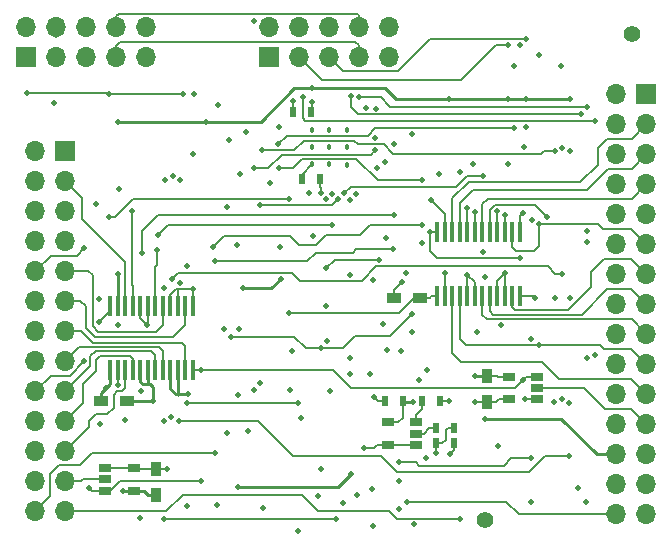
<source format=gbl>
G04 #@! TF.FileFunction,Copper,L4,Bot,Signal*
%FSLAX46Y46*%
G04 Gerber Fmt 4.6, Leading zero omitted, Abs format (unit mm)*
G04 Created by KiCad (PCBNEW 4.0.1-stable) date 5/8/2017 10:12:06 PM*
%MOMM*%
G01*
G04 APERTURE LIST*
%ADD10C,0.100000*%
%ADD11R,1.700000X1.700000*%
%ADD12O,1.700000X1.700000*%
%ADD13C,1.397000*%
%ADD14C,0.457200*%
%ADD15R,0.381000X1.651000*%
%ADD16R,1.000000X0.700000*%
%ADD17R,1.200000X0.900000*%
%ADD18R,0.900000X1.200000*%
%ADD19R,0.500000X0.900000*%
%ADD20C,0.508000*%
%ADD21C,0.152400*%
%ADD22C,0.203200*%
%ADD23C,0.254000*%
%ADD24C,0.177800*%
G04 APERTURE END LIST*
D10*
D11*
X25875000Y17600000D03*
D12*
X23335000Y17600000D03*
X25875000Y15060000D03*
X23335000Y15060000D03*
X25875000Y12520000D03*
X23335000Y12520000D03*
X25875000Y9980000D03*
X23335000Y9980000D03*
X25875000Y7440000D03*
X23335000Y7440000D03*
X25875000Y4900000D03*
X23335000Y4900000D03*
X25875000Y2360000D03*
X23335000Y2360000D03*
X25875000Y-180000D03*
X23335000Y-180000D03*
X25875000Y-2720000D03*
X23335000Y-2720000D03*
X25875000Y-5260000D03*
X23335000Y-5260000D03*
X25875000Y-7800000D03*
X23335000Y-7800000D03*
X25875000Y-10340000D03*
X23335000Y-10340000D03*
X25875000Y-12880000D03*
X23335000Y-12880000D03*
X25875000Y-15420000D03*
X23335000Y-15420000D03*
X25875000Y-17960000D03*
X23335000Y-17960000D03*
D11*
X-23325000Y12800000D03*
D12*
X-25865000Y12800000D03*
X-23325000Y10260000D03*
X-25865000Y10260000D03*
X-23325000Y7720000D03*
X-25865000Y7720000D03*
X-23325000Y5180000D03*
X-25865000Y5180000D03*
X-23325000Y2640000D03*
X-25865000Y2640000D03*
X-23325000Y100000D03*
X-25865000Y100000D03*
X-23325000Y-2440000D03*
X-25865000Y-2440000D03*
X-23325000Y-4980000D03*
X-25865000Y-4980000D03*
X-23325000Y-7520000D03*
X-25865000Y-7520000D03*
X-23325000Y-10060000D03*
X-25865000Y-10060000D03*
X-23325000Y-12600000D03*
X-25865000Y-12600000D03*
X-23325000Y-15140000D03*
X-25865000Y-15140000D03*
X-23325000Y-17680000D03*
X-25865000Y-17680000D03*
D13*
X12217400Y-18415000D03*
D14*
X-965200Y14556400D03*
X-2415200Y14556400D03*
X-2415200Y11656400D03*
X-2415200Y13106400D03*
X-965200Y13106400D03*
X534800Y11606400D03*
X-965200Y11656400D03*
X484800Y13106400D03*
X534800Y14606400D03*
D15*
X-19532600Y-304800D03*
X-18897600Y-304800D03*
X-18262600Y-304800D03*
X-17627600Y-304800D03*
X-16992600Y-304800D03*
X-16357600Y-304800D03*
X-15722600Y-304800D03*
X-15087600Y-304800D03*
X-14452600Y-304800D03*
X-13817600Y-304800D03*
X-13182600Y-304800D03*
X-12547600Y-304800D03*
X-12547600Y-5765800D03*
X-13182600Y-5765800D03*
X-13817600Y-5765800D03*
X-14452600Y-5765800D03*
X-15087600Y-5765800D03*
X-15722600Y-5765800D03*
X-16357600Y-5765800D03*
X-16992600Y-5765800D03*
X-17627600Y-5765800D03*
X-18262600Y-5765800D03*
X-18897600Y-5765800D03*
X-19532600Y-5765800D03*
X8174120Y5950220D03*
X8809120Y5950220D03*
X9444120Y5950220D03*
X10079120Y5950220D03*
X10714120Y5950220D03*
X11349120Y5950220D03*
X11984120Y5950220D03*
X12619120Y5950220D03*
X13254120Y5950220D03*
X13889120Y5950220D03*
X14524120Y5950220D03*
X15159120Y5950220D03*
X15159120Y489220D03*
X14524120Y489220D03*
X13889120Y489220D03*
X13254120Y489220D03*
X12619120Y489220D03*
X11984120Y489220D03*
X11349120Y489220D03*
X10714120Y489220D03*
X10079120Y489220D03*
X9444120Y489220D03*
X8809120Y489220D03*
X8174120Y489220D03*
D16*
X6375400Y-11130280D03*
X6375400Y-10180280D03*
X6375400Y-12080280D03*
X3975400Y-12080280D03*
X3975400Y-10180280D03*
X16611600Y-7292340D03*
X16611600Y-6342340D03*
X16611600Y-8242340D03*
X14211600Y-8242340D03*
X14211600Y-6342340D03*
X-19941540Y-15011400D03*
X-19941540Y-15961400D03*
X-19941540Y-14061400D03*
X-17541540Y-14061400D03*
X-17541540Y-15961400D03*
D17*
X-20327800Y-8356600D03*
X-18127800Y-8356600D03*
X6660800Y342400D03*
X4460800Y342400D03*
D18*
X-15679420Y-16299360D03*
X-15679420Y-14099360D03*
X12410440Y-6230440D03*
X12410440Y-8430440D03*
D19*
X-2546920Y16129000D03*
X-4046920Y16129000D03*
X-1790000Y10403840D03*
X-3290000Y10403840D03*
X8073960Y-11940540D03*
X9573960Y-11940540D03*
X5255960Y-8384540D03*
X3755960Y-8384540D03*
X9573960Y-10670540D03*
X8073960Y-10670540D03*
X8385240Y-8387080D03*
X6885240Y-8387080D03*
D13*
X24663400Y22733000D03*
D11*
X-26654200Y20730000D03*
D12*
X-26654200Y23270000D03*
X-24114200Y20730000D03*
X-24114200Y23270000D03*
X-21574200Y20730000D03*
X-21574200Y23270000D03*
X-19034200Y20730000D03*
X-19034200Y23270000D03*
X-16494200Y20730000D03*
X-16494200Y23270000D03*
D11*
X-6104200Y20730000D03*
D12*
X-6104200Y23270000D03*
X-3564200Y20730000D03*
X-3564200Y23270000D03*
X-1024200Y20730000D03*
X-1024200Y23270000D03*
X1515800Y20730000D03*
X1515800Y23270000D03*
X4055800Y20730000D03*
X4055800Y23270000D03*
D20*
X-17679200Y7720000D03*
X-1149200Y-3277600D03*
X20815800Y-4762600D03*
X-18884200Y-7037600D03*
X-12549200Y1122400D03*
X18615800Y19987400D03*
X-18909200Y2387400D03*
X15690800Y14787400D03*
X16815800Y20887400D03*
X13520800Y-1947600D03*
X10710800Y2312400D03*
X11530800Y-2547600D03*
X20870800Y5122400D03*
X3570800Y-1857600D03*
X7318440Y-5767600D03*
X-949200Y-7537600D03*
X2750800Y-18927600D03*
X13280800Y-12197600D03*
X-12989200Y3072400D03*
X13880800Y2432400D03*
X2790800Y-8027600D03*
X9240800Y-12887600D03*
X7210800Y-13227600D03*
X9170800Y-8377600D03*
X1981200Y-12344400D03*
X7660800Y8602400D03*
X11170800Y11672400D03*
X15400800Y7542400D03*
X10720800Y7982400D03*
X11340800Y7642400D03*
X13250800Y7682400D03*
X13890800Y7392400D03*
X5156200Y1701800D03*
X8820800Y2432400D03*
X6060800Y-2527600D03*
X15580800Y-8247600D03*
X11390800Y-8437600D03*
X20090800Y-15757600D03*
X-13069200Y-17287600D03*
X-12979200Y-7807600D03*
X-15919200Y-8357600D03*
X-16379200Y-1937600D03*
X-9626600Y8026400D03*
X-4165600Y-4140200D03*
X-10464800Y-17195800D03*
X-1905000Y-16408400D03*
X-3632200Y-19380200D03*
X-4038600Y17018000D03*
X-12406800Y17631200D03*
X-20447000Y279400D03*
X-20421600Y-10312400D03*
X-14757400Y-14097000D03*
X-6629400Y-17449800D03*
X-9435000Y13745000D03*
X-12559200Y12551200D03*
X-24257000Y16840200D03*
X787400Y-4749800D03*
X812800Y-6070600D03*
X-7340600Y-7416800D03*
X-9601200Y-11074400D03*
X-4292600Y-7442200D03*
X-3403600Y-9855200D03*
X3810000Y5410200D03*
X-1219200Y-304800D03*
X762000Y2286000D03*
X-2387600Y5588000D03*
X-5130800Y4673600D03*
X-8638540Y-2278380D03*
X-9923780Y-2280920D03*
X-20751800Y8318500D03*
X-15561000Y4422400D03*
X-21717000Y4584700D03*
X-21729700Y-5016500D03*
X17430800Y7192400D03*
X16791940Y6611620D03*
X16791940Y-3639820D03*
X860640Y-14557440D03*
X14115800Y17162400D03*
X19415800Y17162400D03*
X15715800Y17162400D03*
X15190800Y21737400D03*
X12165800Y2137400D03*
X-8309200Y1162400D03*
X-5109200Y1932400D03*
X-8684200Y-7887600D03*
X-8684200Y-15637600D03*
X-18834200Y15287400D03*
X-18459200Y-15962600D03*
X-18259200Y-9987600D03*
X-18859200Y-1937600D03*
X-18827450Y9569150D03*
X-2484200Y18087400D03*
X6115800Y-8462600D03*
X11390800Y-6262600D03*
X6615800Y-6587600D03*
X9140800Y17162400D03*
X6215800Y-18812600D03*
X14115800Y11687400D03*
X12165800Y-9887600D03*
X-11459200Y15287400D03*
X-1709200Y9212400D03*
X-2463800Y16967200D03*
X-13354800Y17656800D03*
X-19659200Y17637400D03*
X-19889200Y-7277600D03*
X-26534200Y17662400D03*
X-4359200Y-907600D03*
X-4359200Y8722400D03*
X-19659200Y7202400D03*
X-10369200Y16654600D03*
X10060800Y-18327600D03*
X10063000Y10992400D03*
X3730800Y11862400D03*
X3940800Y-4077600D03*
X-10689200Y-12817600D03*
X4440800Y4452400D03*
X-10689200Y3452400D03*
X-1669200Y-14127600D03*
X-1669200Y-3907600D03*
X-9279200Y-2937600D03*
X6030800Y-1027600D03*
X6030800Y14192400D03*
X14690800Y20012400D03*
X14690800Y14712400D03*
X-5283200Y13360400D03*
X6900800Y10302400D03*
X-5257800Y11353800D03*
X6900800Y6522400D03*
X-10829200Y4672400D03*
X6900800Y5002400D03*
X5630800Y-16917600D03*
X5120800Y-4107600D03*
X14190800Y21737400D03*
X-8579200Y10812400D03*
X15690800Y22287400D03*
X-7384200Y23837400D03*
X-6039200Y10062400D03*
X2090800Y16412400D03*
X2940800Y16387400D03*
X1290800Y9182400D03*
X2630800Y-15817600D03*
X780800Y8682400D03*
X1370800Y-16347600D03*
X-709200Y9182400D03*
X-709200Y6492400D03*
X-15499200Y5642400D03*
X-13614400Y10312400D03*
X-13659200Y1612400D03*
X19340800Y-13017600D03*
X19330800Y-8537600D03*
X19390800Y362400D03*
X19390800Y12772400D03*
X-13716000Y-10058400D03*
X-14351000Y-9728200D03*
X-14249400Y10642600D03*
X-14309200Y1982400D03*
X18740800Y13072400D03*
X18690800Y-8237600D03*
X18740800Y2402400D03*
X-15011400Y-10058400D03*
X-14959200Y1232400D03*
X-14909800Y10312400D03*
X-6719200Y12856400D03*
X18030800Y-8487600D03*
X18090800Y352400D03*
X18100800Y12802400D03*
X-5257800Y14859000D03*
X-13059200Y-8577600D03*
X-3659200Y-8577600D03*
X-15009200Y-18367600D03*
X-409200Y-18367600D03*
X-2719200Y9202400D03*
X21540800Y15362400D03*
X-3225800Y17373600D03*
X21550800Y-4517600D03*
X830800Y17442400D03*
X20300800Y15892400D03*
X20730800Y-16907600D03*
X160800Y-17037600D03*
X-1219200Y2902400D03*
X-1219200Y8712400D03*
X3230800Y3582400D03*
X4890800Y-15127600D03*
X4890800Y-17537600D03*
X-11809200Y-5767600D03*
X-11809200Y-15127600D03*
X15180800Y3692400D03*
X7540800Y5962400D03*
X8280800Y10862400D03*
X-21309200Y-15747600D03*
X-20439200Y-1697600D03*
X15420800Y-6597600D03*
X16460800Y322400D03*
X20810800Y16552400D03*
X1530800Y17352400D03*
X20830800Y6012400D03*
X-8829200Y4812400D03*
X-8069200Y14362400D03*
X3020800Y11352400D03*
X2430800Y-6057600D03*
X2910800Y12862400D03*
X-7329200Y11352400D03*
X-7889200Y-10897600D03*
X-209200Y8702400D03*
X-6839200Y8182400D03*
X-6839200Y-6837600D03*
X2740800Y1852400D03*
X2920800Y13852400D03*
X16070800Y-16967600D03*
X16070800Y-13217600D03*
X4920800Y-13537600D03*
X5490800Y2492400D03*
X4520800Y13352400D03*
X4520800Y7342400D03*
X15530800Y13142400D03*
X16130800Y-3087600D03*
X16150800Y6932400D03*
X-16865600Y4165600D03*
X-16967200Y-18288000D03*
X-16916400Y-7543800D03*
X290800Y9212400D03*
X12010800Y10662400D03*
X12010800Y4272400D03*
X8070800Y-12807600D03*
D21*
X-18262600Y-304800D02*
X-18262600Y3415800D01*
X-21879200Y8814200D02*
X-23325000Y10260000D01*
X-21879200Y7032400D02*
X-21879200Y8814200D01*
X-18262600Y3415800D02*
X-21879200Y7032400D01*
X-17627600Y-304800D02*
X-17627600Y1430800D01*
X-17679200Y1482400D02*
X-17627600Y1430800D01*
X-17679200Y1482400D02*
X-17679200Y7720000D01*
X-18897600Y-5765800D02*
X-18897600Y-7024200D01*
X-18897600Y-7024200D02*
X-18884200Y-7037600D01*
X-13817600Y-304800D02*
X-13817600Y1122400D01*
X-13834200Y1112400D02*
X-13834200Y1122400D01*
X-13827600Y1112400D02*
X-13834200Y1112400D01*
X-13817600Y1122400D02*
X-13827600Y1112400D01*
X-14452600Y-304800D02*
X-14452600Y594000D01*
D22*
X-12547600Y1120800D02*
X-12547600Y-304800D01*
D23*
X-12547600Y1120800D02*
X-12549200Y1122400D01*
D21*
X-13924200Y1122400D02*
X-13834200Y1122400D01*
X-13834200Y1122400D02*
X-12549200Y1122400D01*
X-14452600Y594000D02*
X-13924200Y1122400D01*
D23*
X-18897600Y-304800D02*
X-18897600Y2375800D01*
X-18897600Y2375800D02*
X-18909200Y2387400D01*
X15690800Y14787400D02*
X15690800Y14812400D01*
D21*
X7318440Y-5767600D02*
X7320800Y-5767600D01*
X13280800Y-12197600D02*
X13280800Y-12257600D01*
X-12989200Y3072400D02*
X-12999200Y3072400D01*
X13254120Y489220D02*
X13254120Y1805720D01*
X13889120Y2424080D02*
X13880800Y2432400D01*
X13889120Y2424080D02*
X13889120Y489220D01*
X13254120Y1805720D02*
X13880800Y2432400D01*
X3755960Y-8384540D02*
X3147740Y-8384540D01*
X3147740Y-8384540D02*
X2790800Y-8027600D01*
X9573960Y-11940540D02*
X9573960Y-12554440D01*
X9573960Y-12554440D02*
X9240800Y-12887600D01*
X8385240Y-8387080D02*
X9161320Y-8387080D01*
X9161320Y-8387080D02*
X9170800Y-8377600D01*
X6375400Y-12080280D02*
X3975400Y-12080280D01*
X3975400Y-12080280D02*
X3048120Y-12080280D01*
X2784000Y-12344400D02*
X1981200Y-12344400D01*
X3048120Y-12080280D02*
X2784000Y-12344400D01*
X8809120Y5950220D02*
X8809120Y7454080D01*
X8809120Y7454080D02*
X7660800Y8602400D01*
X15159120Y5950220D02*
X15159120Y7300720D01*
X15159120Y7300720D02*
X15400800Y7542400D01*
X10714120Y7975720D02*
X10720800Y7982400D01*
X10714120Y7975720D02*
X10714120Y5950220D01*
X11349120Y5950220D02*
X11349120Y7634080D01*
X11349120Y7634080D02*
X11340800Y7642400D01*
X13254120Y5950220D02*
X13254120Y7679080D01*
X13254120Y7679080D02*
X13250800Y7682400D01*
X13889120Y5950220D02*
X13889120Y7390720D01*
X13889120Y7390720D02*
X13890800Y7392400D01*
X4460800Y342400D02*
X4460800Y1006400D01*
X4460800Y1006400D02*
X5156200Y1701800D01*
X11349120Y489220D02*
X11349120Y1674080D01*
X10714120Y2309080D02*
X10710800Y2312400D01*
X10714120Y2309080D02*
X10714120Y489220D01*
X11349120Y1674080D02*
X10710800Y2312400D01*
X8809120Y489220D02*
X8809120Y2420720D01*
X8809120Y2420720D02*
X8820800Y2432400D01*
X16611600Y-8242340D02*
X15586060Y-8242340D01*
X15586060Y-8242340D02*
X15580800Y-8247600D01*
X14211600Y-8242340D02*
X13346060Y-8242340D01*
X13157960Y-8430440D02*
X12410440Y-8430440D01*
X13346060Y-8242340D02*
X13157960Y-8430440D01*
X12410440Y-8430440D02*
X11397960Y-8430440D01*
X11397960Y-8430440D02*
X11390800Y-8437600D01*
X-3290000Y10403840D02*
X-3290000Y10781600D01*
X-3290000Y10781600D02*
X-2415200Y11656400D01*
D23*
X-12979200Y-7807600D02*
X-13819200Y-7807600D01*
X-13817600Y-5765800D02*
X-13817600Y-7807600D01*
X-13819200Y-7827600D02*
X-13819200Y-7807600D01*
X-13819200Y-7809200D02*
X-13819200Y-7827600D01*
X-13817600Y-7807600D02*
X-13819200Y-7809200D01*
X-14452600Y-5765800D02*
X-14452600Y-7344200D01*
X-13989200Y-7807600D02*
X-13819200Y-7807600D01*
X-14452600Y-7344200D02*
X-13989200Y-7807600D01*
X-16357600Y-5765800D02*
X-16357600Y-6977600D01*
X-16349200Y-6947600D02*
X-16349200Y-6977600D01*
X-16349200Y-6969200D02*
X-16349200Y-6947600D01*
X-16357600Y-6977600D02*
X-16349200Y-6969200D01*
X-16992600Y-5765800D02*
X-16992600Y-6754200D01*
X-15920200Y-8356600D02*
X-15919200Y-8357600D01*
X-15920200Y-8356600D02*
X-18127800Y-8356600D01*
X-15919200Y-7207600D02*
X-15919200Y-8357600D01*
X-16149200Y-6977600D02*
X-15919200Y-7207600D01*
X-16769200Y-6977600D02*
X-16349200Y-6977600D01*
X-16349200Y-6977600D02*
X-16149200Y-6977600D01*
X-16992600Y-6754200D02*
X-16769200Y-6977600D01*
D21*
X-16357600Y-304800D02*
X-16357600Y-1916000D01*
X-16992600Y-1324200D02*
X-16379200Y-1937600D01*
X-16992600Y-1324200D02*
X-16992600Y-304800D01*
X-16357600Y-1916000D02*
X-16379200Y-1937600D01*
D22*
X-10464800Y-17195800D02*
X-10414000Y-17246600D01*
X-1905000Y-16408400D02*
X-1905000Y-16383000D01*
X-3632200Y-19380200D02*
X-3632200Y-19354800D01*
D21*
X-4046920Y16129000D02*
X-4046920Y17009680D01*
X-4046920Y17009680D02*
X-4038600Y17018000D01*
D22*
X-15679420Y-14099360D02*
X-14759760Y-14099360D01*
X-14759760Y-14099360D02*
X-14757400Y-14097000D01*
X-19941540Y-14061400D02*
X-17541540Y-14061400D01*
X-17541540Y-14061400D02*
X-17503580Y-14099360D01*
X-17503580Y-14099360D02*
X-15679420Y-14099360D01*
D21*
X-15722600Y-304800D02*
X-15722600Y2999000D01*
X-15561000Y3160600D02*
X-15722600Y2999000D01*
X-15561000Y3160600D02*
X-15561000Y4422400D01*
X-24568000Y3937000D02*
X-25865000Y2640000D01*
X-22364700Y3937000D02*
X-24568000Y3937000D01*
X-21717000Y4584700D02*
X-22364700Y3937000D01*
X-15087600Y-304800D02*
X-15087600Y-1916000D01*
X-21376800Y2640000D02*
X-23325000Y2640000D01*
X-21019200Y2282400D02*
X-21376800Y2640000D01*
X-21019200Y-2037600D02*
X-21019200Y2282400D01*
X-20539200Y-2517600D02*
X-21019200Y-2037600D01*
X-15689200Y-2517600D02*
X-20539200Y-2517600D01*
X-15087600Y-1916000D02*
X-15689200Y-2517600D01*
X-13182600Y-304800D02*
X-13182600Y-1911000D01*
X-22046800Y100000D02*
X-23325000Y100000D01*
X-21619200Y-327600D02*
X-22046800Y100000D01*
X-21619200Y-2157600D02*
X-21619200Y-327600D01*
X-20809200Y-2967600D02*
X-21619200Y-2157600D01*
X-14239200Y-2967600D02*
X-20809200Y-2967600D01*
X-13182600Y-1911000D02*
X-14239200Y-2967600D01*
X-23325000Y-2440000D02*
X-22006800Y-2440000D01*
X-13182600Y-3724200D02*
X-13182600Y-5765800D01*
X-13469200Y-3437600D02*
X-13182600Y-3724200D01*
X-21009200Y-3437600D02*
X-13469200Y-3437600D01*
X-22006800Y-2440000D02*
X-21009200Y-3437600D01*
X-15087600Y-5765800D02*
X-15087600Y-4169200D01*
X-22162600Y-3817600D02*
X-23325000Y-4980000D01*
X-15439200Y-3817600D02*
X-22162600Y-3817600D01*
X-15087600Y-4169200D02*
X-15439200Y-3817600D01*
X-24568000Y-6223000D02*
X-25865000Y-7520000D01*
X-22936200Y-6223000D02*
X-24568000Y-6223000D01*
X-21729700Y-5016500D02*
X-22936200Y-6223000D01*
X-15722600Y-4504200D02*
X-16069200Y-4157600D01*
X-15722600Y-5765800D02*
X-15722600Y-4504200D01*
X-21209200Y-5404200D02*
X-23325000Y-7520000D01*
X-21209200Y-4597600D02*
X-21209200Y-5404200D01*
X-20769200Y-4157600D02*
X-21209200Y-4597600D01*
X-16069200Y-4157600D02*
X-20769200Y-4157600D01*
X-17627600Y-5765800D02*
X-17627600Y-4779200D01*
X-21819200Y-8554200D02*
X-23325000Y-10060000D01*
X-21819200Y-6907600D02*
X-21819200Y-8554200D01*
X-20729200Y-5817600D02*
X-21819200Y-6907600D01*
X-20729200Y-4867600D02*
X-20729200Y-5817600D01*
X-20429200Y-4567600D02*
X-20729200Y-4867600D01*
X-17839200Y-4567600D02*
X-20429200Y-4567600D01*
X-17627600Y-4779200D02*
X-17839200Y-4567600D01*
X-19219200Y-7862600D02*
X-18919200Y-7562600D01*
X-18262600Y-7266000D02*
X-18262600Y-5765800D01*
X-18559200Y-7562600D02*
X-18262600Y-7266000D01*
X-18919200Y-7562600D02*
X-18559200Y-7562600D01*
X-21309200Y-10584200D02*
X-23325000Y-12600000D01*
X-21309200Y-10097600D02*
X-21309200Y-10584200D01*
X-20709200Y-9497600D02*
X-21309200Y-10097600D01*
X-19779200Y-9497600D02*
X-20709200Y-9497600D01*
X-19219200Y-8937600D02*
X-19779200Y-9497600D01*
X-19219200Y-7857600D02*
X-19219200Y-7862600D01*
X-19219200Y-7862600D02*
X-19219200Y-8937600D01*
D22*
X-23325000Y-15140000D02*
X-21972600Y-15140000D01*
X-21844000Y-15011400D02*
X-19941540Y-15011400D01*
X-21972600Y-15140000D02*
X-21844000Y-15011400D01*
D21*
X9444120Y5950220D02*
X9444120Y8785720D01*
X24607400Y13792400D02*
X25875000Y15060000D01*
X22500800Y13792400D02*
X24607400Y13792400D01*
X21750800Y13042400D02*
X22500800Y13792400D01*
X21750800Y11632400D02*
X21750800Y13042400D01*
X20280800Y10162400D02*
X21750800Y11632400D01*
X10820800Y10162400D02*
X20280800Y10162400D01*
X9444120Y8785720D02*
X10820800Y10162400D01*
X10079120Y5950220D02*
X10079120Y8360720D01*
X24647400Y11292400D02*
X25875000Y12520000D01*
X22630800Y11292400D02*
X24647400Y11292400D01*
X20800800Y9462400D02*
X22630800Y11292400D01*
X11180800Y9462400D02*
X20800800Y9462400D01*
X10079120Y8360720D02*
X11180800Y9462400D01*
X11984120Y5950220D02*
X11984120Y8265720D01*
X24617400Y8722400D02*
X25875000Y9980000D01*
X12440800Y8722400D02*
X24617400Y8722400D01*
X11984120Y8265720D02*
X12440800Y8722400D01*
X12619120Y5950220D02*
X12619120Y7830720D01*
X16400800Y8222400D02*
X17430800Y7192400D01*
X13010800Y8222400D02*
X16400800Y8222400D01*
X12619120Y7830720D02*
X13010800Y8222400D01*
X17430800Y7192400D02*
X17440800Y7192400D01*
X14524120Y5950220D02*
X14524120Y4659080D01*
X16791940Y4763540D02*
X16791940Y6611620D01*
X16390800Y4362400D02*
X16791940Y4763540D01*
X14820800Y4362400D02*
X16390800Y4362400D01*
X14524120Y4659080D02*
X14820800Y4362400D01*
X24587560Y6187440D02*
X25875000Y4900000D01*
X22219920Y6187440D02*
X24587560Y6187440D01*
X21795740Y6611620D02*
X22219920Y6187440D01*
X16791940Y6611620D02*
X21795740Y6611620D01*
X14524120Y489220D02*
X14524120Y-430920D01*
X24602600Y3632400D02*
X25875000Y2360000D01*
X22280800Y3632400D02*
X24602600Y3632400D01*
X21210800Y2562400D02*
X22280800Y3632400D01*
X21210800Y1282400D02*
X21210800Y2562400D01*
X19260800Y-667600D02*
X21210800Y1282400D01*
X14760800Y-667600D02*
X19260800Y-667600D01*
X14524120Y-430920D02*
X14760800Y-667600D01*
X12619120Y489220D02*
X12619120Y-795920D01*
X24572600Y1122400D02*
X25875000Y-180000D01*
X22570800Y1122400D02*
X24572600Y1122400D01*
X20390800Y-1057600D02*
X22570800Y1122400D01*
X12880800Y-1057600D02*
X20390800Y-1057600D01*
X12619120Y-795920D02*
X12880800Y-1057600D01*
X25875000Y-2720000D02*
X25875000Y-2701800D01*
X25875000Y-2701800D02*
X24620800Y-1447600D01*
X11984120Y-1070920D02*
X11984120Y489220D01*
X12360800Y-1447600D02*
X11984120Y-1070920D01*
X24620800Y-1447600D02*
X12360800Y-1447600D01*
X16791940Y-3639820D02*
X10583020Y-3639820D01*
X10079120Y-3135920D02*
X10079120Y489220D01*
X10583020Y-3639820D02*
X10079120Y-3135920D01*
X24582480Y-3967480D02*
X25875000Y-5260000D01*
X22301200Y-3967480D02*
X24582480Y-3967480D01*
X21973540Y-3639820D02*
X22301200Y-3967480D01*
X16791940Y-3639820D02*
X21973540Y-3639820D01*
X25875000Y-7800000D02*
X25875000Y-7781800D01*
X25875000Y-7781800D02*
X24580800Y-6487600D01*
X9444120Y-4320920D02*
X9444120Y489220D01*
X10200800Y-5077600D02*
X9444120Y-4320920D01*
X17070800Y-5077600D02*
X10200800Y-5077600D01*
X18480800Y-6487600D02*
X17070800Y-5077600D01*
X24580800Y-6487600D02*
X18480800Y-6487600D01*
X16611600Y-7292340D02*
X20625540Y-7292340D01*
X24572600Y-9037600D02*
X25875000Y-10340000D01*
X22370800Y-9037600D02*
X24572600Y-9037600D01*
X20625540Y-7292340D02*
X22370800Y-9037600D01*
D23*
X-219520Y-15637600D02*
X-8684200Y-15637600D01*
X860640Y-14557440D02*
X-219520Y-15637600D01*
X23335000Y-12880000D02*
X21653200Y-12880000D01*
X18660800Y-9887600D02*
X12165800Y-9887600D01*
X21653200Y-12880000D02*
X18660800Y-9887600D01*
X14115800Y17162400D02*
X9140800Y17162400D01*
X15715800Y17162400D02*
X14115800Y17162400D01*
X19415800Y17162400D02*
X15715800Y17162400D01*
X-5879200Y1162400D02*
X-8309200Y1162400D01*
X-5109200Y1932400D02*
X-5879200Y1162400D01*
X-11459200Y15287400D02*
X-18834200Y15287400D01*
X-18458000Y-15961400D02*
X-18459200Y-15962600D01*
X-18458000Y-15961400D02*
X-17541540Y-15961400D01*
X-18827450Y9569150D02*
X-18834200Y9562400D01*
X6115800Y-8462600D02*
X5334020Y-8462600D01*
X5334020Y-8462600D02*
X5255960Y-8384540D01*
X12378280Y-6262600D02*
X11390800Y-6262600D01*
X12378280Y-6262600D02*
X12410440Y-6230440D01*
X-3934200Y18087400D02*
X-2484200Y18087400D01*
X-11459200Y15287400D02*
X-6734200Y15287400D01*
X-6734200Y15287400D02*
X-3934200Y18087400D01*
X-2484200Y18087400D02*
X3740800Y18087400D01*
X3740800Y18087400D02*
X4665800Y17162400D01*
X4665800Y17162400D02*
X9140800Y17162400D01*
D21*
X3975400Y-10180280D02*
X4858120Y-10180280D01*
X5255960Y-9782440D02*
X5255960Y-8384540D01*
X4858120Y-10180280D02*
X5255960Y-9782440D01*
X14211600Y-6342340D02*
X13335540Y-6342340D01*
X13223640Y-6230440D02*
X12410440Y-6230440D01*
X13335540Y-6342340D02*
X13223640Y-6230440D01*
X-1790000Y10403840D02*
X-1790000Y9763200D01*
X-1790000Y9763200D02*
X-1709200Y9682400D01*
X-1709200Y9682400D02*
X-1709200Y9212400D01*
X-2463800Y16967200D02*
X-2463800Y16212120D01*
X-2463800Y16212120D02*
X-2546920Y16129000D01*
D23*
X-17541540Y-15961400D02*
X-16677600Y-15961400D01*
X-16677600Y-15961400D02*
X-16339640Y-16299360D01*
X-16339640Y-16299360D02*
X-15679420Y-16299360D01*
D24*
X-19659200Y17637400D02*
X-13374200Y17637400D01*
X-13374200Y17637400D02*
X-13354800Y17656800D01*
X-26534200Y17662400D02*
X-19684200Y17662400D01*
X-19684200Y17662400D02*
X-19659200Y17637400D01*
D22*
X-26528600Y17656800D02*
X-26534200Y17662400D01*
D21*
X-17599200Y8722400D02*
X-19119200Y7202400D01*
X-4359200Y8722400D02*
X-17599200Y8722400D01*
X4900800Y-907600D02*
X-4359200Y-907600D01*
X4900800Y-907600D02*
X6150800Y342400D01*
X-19119200Y7202400D02*
X-19659200Y7202400D01*
X6660800Y342400D02*
X6150800Y342400D01*
X-10369200Y16654600D02*
X-10369200Y16662400D01*
X6660800Y342400D02*
X7520800Y342400D01*
X7667620Y489220D02*
X8174120Y489220D01*
X7520800Y342400D02*
X7667620Y489220D01*
D23*
X-19532600Y-5765800D02*
X-19532600Y-6921000D01*
X-19532600Y-6921000D02*
X-19889200Y-7277600D01*
X-20327800Y-7716200D02*
X-20327800Y-8356600D01*
X-19889200Y-7277600D02*
X-20327800Y-7716200D01*
D21*
X10060800Y-18327600D02*
X4760800Y-18327600D01*
X-14781600Y-17680000D02*
X-23325000Y-17680000D01*
X-13399200Y-16297600D02*
X-14781600Y-17680000D01*
X-3329200Y-16297600D02*
X-13399200Y-16297600D01*
X-1969200Y-17657600D02*
X-3329200Y-16297600D01*
X4090800Y-17657600D02*
X-1969200Y-17657600D01*
X4760800Y-18327600D02*
X4090800Y-17657600D01*
X-10689200Y-12817600D02*
X-21069200Y-12817600D01*
X-24599200Y-16414200D02*
X-24599200Y-14577600D01*
X-24599200Y-14577600D02*
X-23859200Y-13837600D01*
X-23859200Y-13837600D02*
X-22089200Y-13837600D01*
X-22089200Y-13837600D02*
X-21069200Y-12817600D01*
X-25865000Y-17680000D02*
X-24599200Y-16414200D01*
X1290800Y4452400D02*
X4440800Y4452400D01*
X1020800Y4182400D02*
X1290800Y4452400D01*
X-2119200Y4182400D02*
X1020800Y4182400D01*
X-2849200Y3452400D02*
X-2119200Y4182400D01*
X-10689200Y3452400D02*
X-2849200Y3452400D01*
X-1669200Y-3907600D02*
X200800Y-3907600D01*
X4170800Y-2887600D02*
X6030800Y-1027600D01*
X1220800Y-2887600D02*
X4170800Y-2887600D01*
X200800Y-3907600D02*
X1220800Y-2887600D01*
X-9279200Y-2937600D02*
X-3959200Y-2937600D01*
X-2989200Y-3907600D02*
X-1669200Y-3907600D01*
X-3959200Y-2937600D02*
X-2989200Y-3907600D01*
D22*
X6020800Y-1037600D02*
X6020800Y-1057600D01*
X6030800Y-1027600D02*
X6020800Y-1037600D01*
D21*
X14690800Y14712400D02*
X2910800Y14712400D01*
X2910800Y14712400D02*
X2905800Y14707400D01*
X2905800Y14707400D02*
X2260800Y14062400D01*
X2260800Y14062400D02*
X-4581200Y14062400D01*
X-4581200Y14062400D02*
X-5283200Y13360400D01*
X1290800Y12122400D02*
X3110800Y10302400D01*
X-3279200Y12122400D02*
X1290800Y12122400D01*
X-4047800Y11353800D02*
X-3279200Y12122400D01*
X6900800Y10302400D02*
X3110800Y10302400D01*
X-5257800Y11353800D02*
X-4047800Y11353800D01*
X-9919200Y5582400D02*
X-4349200Y5582400D01*
X-4349200Y5582400D02*
X-3559200Y4792400D01*
X-3559200Y4792400D02*
X-2139200Y4792400D01*
X-2139200Y4792400D02*
X-1249200Y5682400D01*
X-1249200Y5682400D02*
X1620800Y5682400D01*
X1620800Y5682400D02*
X2460800Y6522400D01*
X2460800Y6522400D02*
X6900800Y6522400D01*
X-10829200Y4672400D02*
X-9919200Y5582400D01*
X5630800Y-16917600D02*
X14010800Y-16917600D01*
X15053200Y-17960000D02*
X23335000Y-17960000D01*
X14010800Y-16917600D02*
X15053200Y-17960000D01*
D24*
X-24079200Y22504400D02*
X-24079200Y22479000D01*
D21*
X-1611600Y18777400D02*
X-3564200Y20730000D01*
X10165800Y18777400D02*
X-1611600Y18777400D01*
X13125800Y21737400D02*
X10165800Y18777400D01*
X14190800Y21737400D02*
X13125800Y21737400D01*
X168400Y19537400D02*
X-1024200Y20730000D01*
X4835800Y19537400D02*
X168400Y19537400D01*
X7585800Y22287400D02*
X4835800Y19537400D01*
X15690800Y22287400D02*
X7585800Y22287400D01*
D24*
X-18709200Y22037400D02*
X1215800Y22037400D01*
D22*
X-19034200Y21712400D02*
X-18709200Y22037400D01*
X-19034200Y20730000D02*
X-19034200Y21712400D01*
D24*
X1515800Y21737400D02*
X1515800Y20730000D01*
X1215800Y22037400D02*
X1515800Y21737400D01*
X-19034200Y23270000D02*
X-19034200Y24187400D01*
X1515800Y24262400D02*
X1515800Y23270000D01*
X1365800Y24412400D02*
X1515800Y24262400D01*
X-18809200Y24412400D02*
X1365800Y24412400D01*
X-19034200Y24187400D02*
X-18809200Y24412400D01*
X-18999200Y22504400D02*
X-18973800Y22504400D01*
D21*
X-14649200Y6492400D02*
X-709200Y6492400D01*
X-15499200Y5642400D02*
X-14649200Y6492400D01*
X-13716000Y-10058400D02*
X-7038400Y-10058400D01*
X17260800Y-13017600D02*
X19340800Y-13017600D01*
X15890800Y-14387600D02*
X17260800Y-13017600D01*
X4790800Y-14387600D02*
X15890800Y-14387600D01*
X3420800Y-13017600D02*
X4790800Y-14387600D01*
X-4079200Y-13017600D02*
X3420800Y-13017600D01*
X-7038400Y-10058400D02*
X-4079200Y-13017600D01*
X-14309200Y1982400D02*
X-13794200Y2497400D01*
X-13794200Y2497400D02*
X-4119200Y2497400D01*
X18740800Y2402400D02*
X18150800Y2402400D01*
X17520800Y3032400D02*
X18150800Y2402400D01*
X2980800Y3032400D02*
X17520800Y3032400D01*
X1750800Y1802400D02*
X2980800Y3032400D01*
X-3424200Y1802400D02*
X1750800Y1802400D01*
X-4119200Y2497400D02*
X-3424200Y1802400D01*
X3630800Y13362400D02*
X4430800Y12562400D01*
X1460800Y13362400D02*
X3630800Y13362400D01*
X1150800Y13672400D02*
X1460800Y13362400D01*
X-3159200Y13672400D02*
X1150800Y13672400D01*
X-3975200Y12856400D02*
X-3159200Y13672400D01*
X-6719200Y12856400D02*
X-3975200Y12856400D01*
X17180800Y12802400D02*
X18100800Y12802400D01*
X16940800Y12562400D02*
X17180800Y12802400D01*
X4430800Y12562400D02*
X16940800Y12562400D01*
X-13059200Y-8577600D02*
X-3659200Y-8577600D01*
X-15009200Y-18367600D02*
X-409200Y-18367600D01*
X-3225800Y15554000D02*
X-3034200Y15362400D01*
X-3034200Y15362400D02*
X21540800Y15362400D01*
X-3225800Y17373600D02*
X-3225800Y15554000D01*
X830800Y17442400D02*
X830800Y16552400D01*
X1490800Y15892400D02*
X20300800Y15892400D01*
X830800Y16552400D02*
X1490800Y15892400D01*
X-539200Y3582400D02*
X-1219200Y2902400D01*
X3230800Y3582400D02*
X-539200Y3582400D01*
X-19941540Y-15961400D02*
X-19533000Y-15961400D01*
X-19533000Y-15961400D02*
X-18699200Y-15127600D01*
X-18699200Y-15127600D02*
X-11809200Y-15127600D01*
X15180800Y3692400D02*
X8170800Y3692400D01*
X7540800Y4322400D02*
X8160800Y3702400D01*
X7540800Y5962400D02*
X7540800Y4322400D01*
X8170800Y3692400D02*
X8160800Y3702400D01*
X-11809200Y-5767600D02*
X-659200Y-5767600D01*
X-11811000Y-5765800D02*
X-11809200Y-5767600D01*
X-12547600Y-5765800D02*
X-11811000Y-5765800D01*
X14770800Y-7247600D02*
X15420800Y-6597600D01*
X820800Y-7247600D02*
X14770800Y-7247600D01*
X-659200Y-5767600D02*
X820800Y-7247600D01*
X-21095400Y-15961400D02*
X-19941540Y-15961400D01*
X-21095400Y-15961400D02*
X-21309200Y-15747600D01*
X-19532600Y-791000D02*
X-20439200Y-1697600D01*
X-19532600Y-304800D02*
X-19532600Y-791000D01*
X7552980Y5950220D02*
X7540800Y5962400D01*
X8174120Y5950220D02*
X7552980Y5950220D01*
X15676060Y-6342340D02*
X15420800Y-6597600D01*
X15676060Y-6342340D02*
X16611600Y-6342340D01*
X15159120Y489220D02*
X16293980Y489220D01*
X16293980Y489220D02*
X16460800Y322400D01*
X3390800Y17352400D02*
X4190800Y16552400D01*
X4190800Y16552400D02*
X20810800Y16552400D01*
X1530800Y17352400D02*
X3390800Y17352400D01*
X-6149200Y11352400D02*
X-5009200Y12492400D01*
X-7329200Y11352400D02*
X-6149200Y11352400D01*
X2540800Y12492400D02*
X2910800Y12862400D01*
X-5009200Y12492400D02*
X2540800Y12492400D01*
X-7889200Y-10897600D02*
X-7899200Y-10897600D01*
X-6839200Y8182400D02*
X-729200Y8182400D01*
X-209200Y8702400D02*
X-729200Y8182400D01*
X6375400Y-10180280D02*
X6375400Y-9553000D01*
X6885240Y-9043160D02*
X6885240Y-8387080D01*
X6375400Y-9553000D02*
X6885240Y-9043160D01*
X6330800Y-13537600D02*
X6650800Y-13857600D01*
X6650800Y-13857600D02*
X13790800Y-13857600D01*
X13790800Y-13857600D02*
X14430800Y-13217600D01*
X14430800Y-13217600D02*
X16070800Y-13217600D01*
X4920800Y-13537600D02*
X6330800Y-13537600D01*
X-15519200Y7342400D02*
X4520800Y7342400D01*
X-16865600Y5996000D02*
X-15519200Y7342400D01*
X-16865600Y5996000D02*
X-16865600Y4165600D01*
X16150800Y6932400D02*
X16170800Y6932400D01*
X6375400Y-11130280D02*
X7028120Y-11130280D01*
X7487860Y-10670540D02*
X8073960Y-10670540D01*
X7028120Y-11130280D02*
X7487860Y-10670540D01*
X12010800Y10662400D02*
X10650800Y10662400D01*
X830800Y9752400D02*
X9720800Y9752400D01*
X9720800Y9752400D02*
X10640800Y10672400D01*
X290800Y9212400D02*
X830800Y9752400D01*
X10650800Y10662400D02*
X10640800Y10672400D01*
X8073960Y-11940540D02*
X8587860Y-11940540D01*
X9047860Y-10670540D02*
X9573960Y-10670540D01*
X8860800Y-10857600D02*
X9047860Y-10670540D01*
X8860800Y-11667600D02*
X8860800Y-10857600D01*
X8587860Y-11940540D02*
X8860800Y-11667600D01*
X8073960Y-11940540D02*
X8073960Y-12804440D01*
X8073960Y-12804440D02*
X8070800Y-12807600D01*
M02*

</source>
